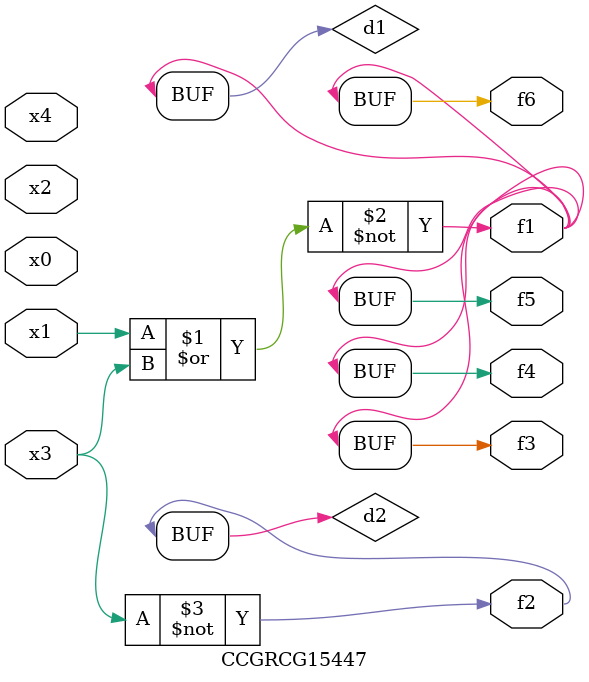
<source format=v>
module CCGRCG15447(
	input x0, x1, x2, x3, x4,
	output f1, f2, f3, f4, f5, f6
);

	wire d1, d2;

	nor (d1, x1, x3);
	not (d2, x3);
	assign f1 = d1;
	assign f2 = d2;
	assign f3 = d1;
	assign f4 = d1;
	assign f5 = d1;
	assign f6 = d1;
endmodule

</source>
